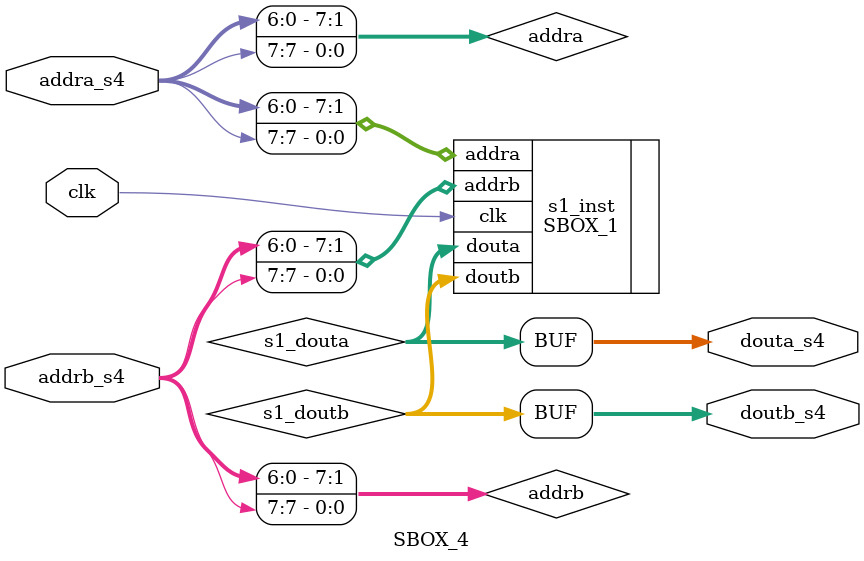
<source format=v>
`timescale 1ns / 1ps


module SBOX_4(
    input         clk,               // Clock signal
    input   [7:0] addra_s4,       // Address for port A
    input   [7:0] addrb_s4,       // Address for port B
    output  [7:0] douta_s4,      // Data output for port A
    output  [7:0] doutb_s4 
    );
    
     wire [7:0] s1_douta, 
                s1_doutb, 
                addra, 
                addrb;
                
     // Instantiate SBOX1
    SBOX_1 s1_inst (
        .clk(clk),                
        .addra(addra),            
        .addrb(addrb),           
        .douta(s1_douta),         
        .doutb(s1_doutb)          
    );
   
  assign  addra = {addra_s4[6:0],addra_s4[7]} ;
  assign  addrb = {addrb_s4[6:0],addrb_s4[7]} ;
  
  assign douta_s4 = s1_douta;
  assign doutb_s4 = s1_doutb;
  
  
   
endmodule

</source>
